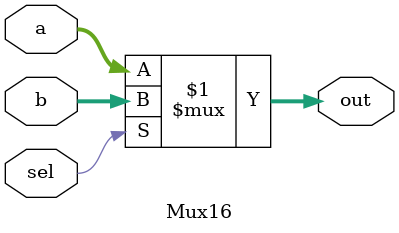
<source format=v>
/**
 * 16-bit multiplexor: 
 * for i = 0..15 out[i] = a[i] if sel == 0 
 *                        b[i] if sel == 1
 */

`default_nettype none
module Mux16(
	input [15:0] a,
	input [15:0] b,
   	input sel,
	output [15:0] out
);

	assign out = sel?b:a;

endmodule

</source>
